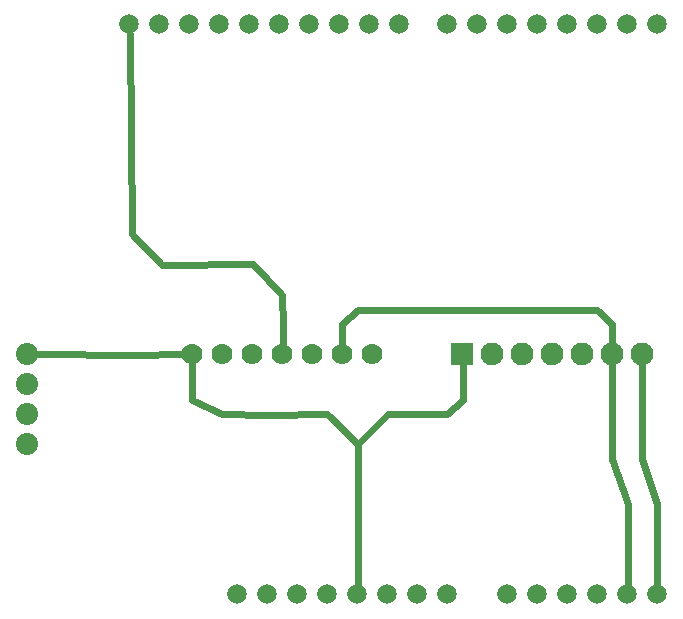
<source format=gtl>
G04 MADE WITH FRITZING*
G04 WWW.FRITZING.ORG*
G04 DOUBLE SIDED*
G04 HOLES PLATED*
G04 CONTOUR ON CENTER OF CONTOUR VECTOR*
%ASAXBY*%
%FSLAX23Y23*%
%MOIN*%
%OFA0B0*%
%SFA1.0B1.0*%
%ADD10C,0.065278*%
%ADD11C,0.070000*%
%ADD12C,0.076000*%
%ADD13C,0.073889*%
%ADD14R,0.076000X0.076000*%
%ADD15C,0.024000*%
%LNCOPPER1*%
G90*
G70*
G54D10*
X2094Y104D03*
X2194Y104D03*
X2294Y104D03*
X2394Y104D03*
X2494Y104D03*
X1634Y2004D03*
X1534Y2004D03*
X1434Y2004D03*
X1334Y2004D03*
X1234Y2004D03*
X1134Y2004D03*
X1034Y2004D03*
X934Y2004D03*
X834Y2004D03*
X734Y2004D03*
X2494Y2004D03*
X2394Y2004D03*
X2294Y2004D03*
X2194Y2004D03*
X2094Y2004D03*
X1994Y2004D03*
X1894Y2004D03*
X1794Y2004D03*
X1194Y104D03*
X1094Y104D03*
X1294Y104D03*
X1394Y104D03*
X1494Y104D03*
X1594Y104D03*
X1694Y104D03*
X1794Y104D03*
X1994Y104D03*
G54D11*
X944Y904D03*
X1044Y904D03*
X1144Y904D03*
X1244Y904D03*
X1344Y904D03*
X1444Y904D03*
X1544Y904D03*
G54D12*
X1844Y904D03*
X1944Y904D03*
X2044Y904D03*
X2144Y904D03*
X2244Y904D03*
X2344Y904D03*
X2444Y904D03*
G54D13*
X394Y604D03*
X394Y704D03*
X394Y804D03*
X394Y904D03*
G54D14*
X1844Y904D03*
G54D15*
X2395Y404D02*
X2343Y554D01*
D02*
X2343Y554D02*
X2344Y873D01*
D02*
X2395Y135D02*
X2395Y404D01*
D02*
X1444Y934D02*
X1443Y1004D01*
D02*
X2294Y1053D02*
X2343Y1004D01*
D02*
X1495Y1053D02*
X2294Y1053D01*
D02*
X1443Y1004D02*
X1495Y1053D01*
D02*
X2343Y1004D02*
X2344Y934D01*
D02*
X2493Y404D02*
X2444Y554D01*
D02*
X2444Y554D02*
X2444Y873D01*
D02*
X2494Y135D02*
X2493Y404D01*
D02*
X1245Y1003D02*
X1244Y1103D01*
D02*
X1244Y1103D02*
X1145Y1204D01*
D02*
X1245Y934D02*
X1245Y1003D01*
D02*
X844Y1203D02*
X743Y1304D01*
D02*
X1145Y1204D02*
X844Y1203D01*
D02*
X743Y1304D02*
X735Y1972D01*
D02*
X1845Y753D02*
X1845Y873D01*
D02*
X1393Y704D02*
X1496Y605D01*
D02*
X1194Y703D02*
X1393Y704D01*
D02*
X1496Y605D02*
X1595Y704D01*
D02*
X1794Y704D02*
X1845Y753D01*
D02*
X944Y873D02*
X944Y753D01*
D02*
X1595Y704D02*
X1794Y704D01*
D02*
X944Y753D02*
X1043Y704D01*
D02*
X1043Y704D02*
X1194Y703D01*
D02*
X1495Y135D02*
X1496Y605D01*
D02*
X1845Y753D02*
X1845Y873D01*
D02*
X1595Y704D02*
X1794Y704D01*
D02*
X1794Y704D02*
X1845Y753D01*
D02*
X1496Y605D02*
X1595Y704D01*
D02*
X745Y903D02*
X914Y904D01*
D02*
X429Y904D02*
X745Y903D01*
G04 End of Copper1*
M02*
</source>
